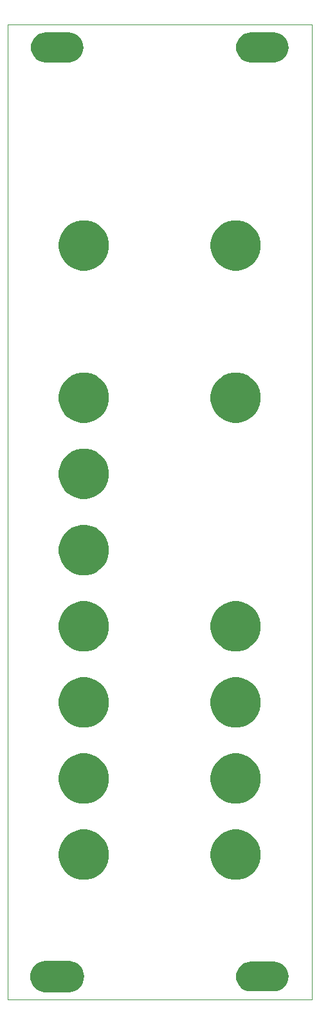
<source format=gbr>
%TF.GenerationSoftware,KiCad,Pcbnew,(5.1.0)-1*%
%TF.CreationDate,2020-03-07T12:32:11+01:00*%
%TF.ProjectId,KicadJE_AC3340_RevA_Faceplate,4b696361-644a-4455-9f41-43333334305f,rev?*%
%TF.SameCoordinates,Original*%
%TF.FileFunction,Soldermask,Top*%
%TF.FilePolarity,Negative*%
%FSLAX46Y46*%
G04 Gerber Fmt 4.6, Leading zero omitted, Abs format (unit mm)*
G04 Created by KiCad (PCBNEW (5.1.0)-1) date 2020-03-07 12:32:11*
%MOMM*%
%LPD*%
G04 APERTURE LIST*
%ADD10C,0.050000*%
%ADD11C,0.150000*%
G04 APERTURE END LIST*
D10*
X-50000000Y-164000000D02*
X-50000000Y-36000000D01*
X-10000000Y-164000000D02*
X-50000000Y-164000000D01*
X-10000000Y-36000000D02*
X-10000000Y-164000000D01*
X-50000000Y-36000000D02*
X-10000000Y-36000000D01*
D11*
G36*
X-41798811Y-158958892D02*
G01*
X-41597934Y-158978677D01*
X-41211319Y-159095955D01*
X-41211316Y-159095956D01*
X-40855017Y-159286402D01*
X-40855014Y-159286404D01*
X-40855013Y-159286405D01*
X-40542707Y-159542707D01*
X-40286405Y-159855013D01*
X-40286402Y-159855017D01*
X-40095956Y-160211316D01*
X-40095955Y-160211319D01*
X-39978677Y-160597934D01*
X-39939077Y-161000000D01*
X-39978677Y-161402066D01*
X-40084291Y-161750230D01*
X-40095956Y-161788684D01*
X-40286402Y-162144983D01*
X-40286404Y-162144986D01*
X-40286405Y-162144987D01*
X-40542707Y-162457293D01*
X-40855013Y-162713595D01*
X-40855017Y-162713598D01*
X-41211316Y-162904044D01*
X-41211319Y-162904045D01*
X-41597934Y-163021323D01*
X-41798811Y-163041108D01*
X-41899249Y-163051000D01*
X-45100751Y-163051000D01*
X-45201189Y-163041108D01*
X-45402066Y-163021323D01*
X-45788681Y-162904045D01*
X-45788684Y-162904044D01*
X-46144983Y-162713598D01*
X-46144987Y-162713595D01*
X-46457293Y-162457293D01*
X-46713595Y-162144987D01*
X-46713596Y-162144986D01*
X-46713598Y-162144983D01*
X-46904044Y-161788684D01*
X-46915709Y-161750230D01*
X-47021323Y-161402066D01*
X-47060923Y-161000000D01*
X-47021323Y-160597934D01*
X-46904045Y-160211319D01*
X-46904044Y-160211316D01*
X-46713598Y-159855017D01*
X-46713595Y-159855013D01*
X-46457293Y-159542707D01*
X-46144987Y-159286405D01*
X-46144986Y-159286404D01*
X-46144983Y-159286402D01*
X-45788684Y-159095956D01*
X-45788681Y-159095955D01*
X-45402066Y-158978677D01*
X-45201189Y-158958892D01*
X-45100751Y-158949000D01*
X-41899249Y-158949000D01*
X-41798811Y-158958892D01*
X-41798811Y-158958892D01*
G37*
G36*
X-14617537Y-159077229D02*
G01*
X-14249772Y-159188790D01*
X-13910838Y-159369954D01*
X-13613760Y-159613760D01*
X-13369954Y-159910838D01*
X-13188790Y-160249772D01*
X-13077229Y-160617537D01*
X-13039560Y-161000000D01*
X-13077229Y-161382463D01*
X-13188790Y-161750228D01*
X-13369954Y-162089162D01*
X-13613760Y-162386240D01*
X-13910838Y-162630046D01*
X-14249772Y-162811210D01*
X-14617537Y-162922771D01*
X-14904153Y-162951000D01*
X-18095847Y-162951000D01*
X-18382463Y-162922771D01*
X-18750228Y-162811210D01*
X-19089162Y-162630046D01*
X-19386240Y-162386240D01*
X-19630046Y-162089162D01*
X-19811210Y-161750228D01*
X-19922771Y-161382463D01*
X-19960440Y-161000000D01*
X-19922771Y-160617537D01*
X-19811210Y-160249772D01*
X-19630046Y-159910838D01*
X-19386240Y-159613760D01*
X-19089162Y-159369954D01*
X-18750228Y-159188790D01*
X-18382463Y-159077229D01*
X-18095847Y-159049000D01*
X-14904153Y-159049000D01*
X-14617537Y-159077229D01*
X-14617537Y-159077229D01*
G37*
G36*
X-19037135Y-141825855D02*
G01*
X-18436392Y-142074691D01*
X-18436390Y-142074692D01*
X-17895735Y-142435946D01*
X-17435946Y-142895735D01*
X-17074692Y-143436390D01*
X-17074691Y-143436392D01*
X-16825855Y-144037135D01*
X-16699000Y-144674879D01*
X-16699000Y-145325121D01*
X-16825855Y-145962865D01*
X-17074691Y-146563608D01*
X-17074692Y-146563610D01*
X-17435946Y-147104265D01*
X-17895735Y-147564054D01*
X-18436390Y-147925308D01*
X-18436391Y-147925309D01*
X-18436392Y-147925309D01*
X-19037135Y-148174145D01*
X-19674879Y-148301000D01*
X-20325121Y-148301000D01*
X-20962865Y-148174145D01*
X-21563608Y-147925309D01*
X-21563609Y-147925309D01*
X-21563610Y-147925308D01*
X-22104265Y-147564054D01*
X-22564054Y-147104265D01*
X-22925308Y-146563610D01*
X-22925309Y-146563608D01*
X-23174145Y-145962865D01*
X-23301000Y-145325121D01*
X-23301000Y-144674879D01*
X-23174145Y-144037135D01*
X-22925309Y-143436392D01*
X-22925308Y-143436390D01*
X-22564054Y-142895735D01*
X-22104265Y-142435946D01*
X-21563610Y-142074692D01*
X-21563608Y-142074691D01*
X-20962865Y-141825855D01*
X-20325121Y-141699000D01*
X-19674879Y-141699000D01*
X-19037135Y-141825855D01*
X-19037135Y-141825855D01*
G37*
G36*
X-39037135Y-141825855D02*
G01*
X-38436392Y-142074691D01*
X-38436390Y-142074692D01*
X-37895735Y-142435946D01*
X-37435946Y-142895735D01*
X-37074692Y-143436390D01*
X-37074691Y-143436392D01*
X-36825855Y-144037135D01*
X-36699000Y-144674879D01*
X-36699000Y-145325121D01*
X-36825855Y-145962865D01*
X-37074691Y-146563608D01*
X-37074692Y-146563610D01*
X-37435946Y-147104265D01*
X-37895735Y-147564054D01*
X-38436390Y-147925308D01*
X-38436391Y-147925309D01*
X-38436392Y-147925309D01*
X-39037135Y-148174145D01*
X-39674879Y-148301000D01*
X-40325121Y-148301000D01*
X-40962865Y-148174145D01*
X-41563608Y-147925309D01*
X-41563609Y-147925309D01*
X-41563610Y-147925308D01*
X-42104265Y-147564054D01*
X-42564054Y-147104265D01*
X-42925308Y-146563610D01*
X-42925309Y-146563608D01*
X-43174145Y-145962865D01*
X-43301000Y-145325121D01*
X-43301000Y-144674879D01*
X-43174145Y-144037135D01*
X-42925309Y-143436392D01*
X-42925308Y-143436390D01*
X-42564054Y-142895735D01*
X-42104265Y-142435946D01*
X-41563610Y-142074692D01*
X-41563608Y-142074691D01*
X-40962865Y-141825855D01*
X-40325121Y-141699000D01*
X-39674879Y-141699000D01*
X-39037135Y-141825855D01*
X-39037135Y-141825855D01*
G37*
G36*
X-39037135Y-131825855D02*
G01*
X-38436392Y-132074691D01*
X-38436390Y-132074692D01*
X-37895735Y-132435946D01*
X-37435946Y-132895735D01*
X-37074692Y-133436390D01*
X-37074691Y-133436392D01*
X-36825855Y-134037135D01*
X-36699000Y-134674879D01*
X-36699000Y-135325121D01*
X-36825855Y-135962865D01*
X-37074691Y-136563608D01*
X-37074692Y-136563610D01*
X-37435946Y-137104265D01*
X-37895735Y-137564054D01*
X-38436390Y-137925308D01*
X-38436391Y-137925309D01*
X-38436392Y-137925309D01*
X-39037135Y-138174145D01*
X-39674879Y-138301000D01*
X-40325121Y-138301000D01*
X-40962865Y-138174145D01*
X-41563608Y-137925309D01*
X-41563609Y-137925309D01*
X-41563610Y-137925308D01*
X-42104265Y-137564054D01*
X-42564054Y-137104265D01*
X-42925308Y-136563610D01*
X-42925309Y-136563608D01*
X-43174145Y-135962865D01*
X-43301000Y-135325121D01*
X-43301000Y-134674879D01*
X-43174145Y-134037135D01*
X-42925309Y-133436392D01*
X-42925308Y-133436390D01*
X-42564054Y-132895735D01*
X-42104265Y-132435946D01*
X-41563610Y-132074692D01*
X-41563608Y-132074691D01*
X-40962865Y-131825855D01*
X-40325121Y-131699000D01*
X-39674879Y-131699000D01*
X-39037135Y-131825855D01*
X-39037135Y-131825855D01*
G37*
G36*
X-19037135Y-131825855D02*
G01*
X-18436392Y-132074691D01*
X-18436390Y-132074692D01*
X-17895735Y-132435946D01*
X-17435946Y-132895735D01*
X-17074692Y-133436390D01*
X-17074691Y-133436392D01*
X-16825855Y-134037135D01*
X-16699000Y-134674879D01*
X-16699000Y-135325121D01*
X-16825855Y-135962865D01*
X-17074691Y-136563608D01*
X-17074692Y-136563610D01*
X-17435946Y-137104265D01*
X-17895735Y-137564054D01*
X-18436390Y-137925308D01*
X-18436391Y-137925309D01*
X-18436392Y-137925309D01*
X-19037135Y-138174145D01*
X-19674879Y-138301000D01*
X-20325121Y-138301000D01*
X-20962865Y-138174145D01*
X-21563608Y-137925309D01*
X-21563609Y-137925309D01*
X-21563610Y-137925308D01*
X-22104265Y-137564054D01*
X-22564054Y-137104265D01*
X-22925308Y-136563610D01*
X-22925309Y-136563608D01*
X-23174145Y-135962865D01*
X-23301000Y-135325121D01*
X-23301000Y-134674879D01*
X-23174145Y-134037135D01*
X-22925309Y-133436392D01*
X-22925308Y-133436390D01*
X-22564054Y-132895735D01*
X-22104265Y-132435946D01*
X-21563610Y-132074692D01*
X-21563608Y-132074691D01*
X-20962865Y-131825855D01*
X-20325121Y-131699000D01*
X-19674879Y-131699000D01*
X-19037135Y-131825855D01*
X-19037135Y-131825855D01*
G37*
G36*
X-19037135Y-121825855D02*
G01*
X-18436392Y-122074691D01*
X-18436390Y-122074692D01*
X-17895735Y-122435946D01*
X-17435946Y-122895735D01*
X-17074692Y-123436390D01*
X-17074691Y-123436392D01*
X-16825855Y-124037135D01*
X-16699000Y-124674879D01*
X-16699000Y-125325121D01*
X-16825855Y-125962865D01*
X-17074691Y-126563608D01*
X-17074692Y-126563610D01*
X-17435946Y-127104265D01*
X-17895735Y-127564054D01*
X-18436390Y-127925308D01*
X-18436391Y-127925309D01*
X-18436392Y-127925309D01*
X-19037135Y-128174145D01*
X-19674879Y-128301000D01*
X-20325121Y-128301000D01*
X-20962865Y-128174145D01*
X-21563608Y-127925309D01*
X-21563609Y-127925309D01*
X-21563610Y-127925308D01*
X-22104265Y-127564054D01*
X-22564054Y-127104265D01*
X-22925308Y-126563610D01*
X-22925309Y-126563608D01*
X-23174145Y-125962865D01*
X-23301000Y-125325121D01*
X-23301000Y-124674879D01*
X-23174145Y-124037135D01*
X-22925309Y-123436392D01*
X-22925308Y-123436390D01*
X-22564054Y-122895735D01*
X-22104265Y-122435946D01*
X-21563610Y-122074692D01*
X-21563608Y-122074691D01*
X-20962865Y-121825855D01*
X-20325121Y-121699000D01*
X-19674879Y-121699000D01*
X-19037135Y-121825855D01*
X-19037135Y-121825855D01*
G37*
G36*
X-39037135Y-121825855D02*
G01*
X-38436392Y-122074691D01*
X-38436390Y-122074692D01*
X-37895735Y-122435946D01*
X-37435946Y-122895735D01*
X-37074692Y-123436390D01*
X-37074691Y-123436392D01*
X-36825855Y-124037135D01*
X-36699000Y-124674879D01*
X-36699000Y-125325121D01*
X-36825855Y-125962865D01*
X-37074691Y-126563608D01*
X-37074692Y-126563610D01*
X-37435946Y-127104265D01*
X-37895735Y-127564054D01*
X-38436390Y-127925308D01*
X-38436391Y-127925309D01*
X-38436392Y-127925309D01*
X-39037135Y-128174145D01*
X-39674879Y-128301000D01*
X-40325121Y-128301000D01*
X-40962865Y-128174145D01*
X-41563608Y-127925309D01*
X-41563609Y-127925309D01*
X-41563610Y-127925308D01*
X-42104265Y-127564054D01*
X-42564054Y-127104265D01*
X-42925308Y-126563610D01*
X-42925309Y-126563608D01*
X-43174145Y-125962865D01*
X-43301000Y-125325121D01*
X-43301000Y-124674879D01*
X-43174145Y-124037135D01*
X-42925309Y-123436392D01*
X-42925308Y-123436390D01*
X-42564054Y-122895735D01*
X-42104265Y-122435946D01*
X-41563610Y-122074692D01*
X-41563608Y-122074691D01*
X-40962865Y-121825855D01*
X-40325121Y-121699000D01*
X-39674879Y-121699000D01*
X-39037135Y-121825855D01*
X-39037135Y-121825855D01*
G37*
G36*
X-39037135Y-111825855D02*
G01*
X-38436392Y-112074691D01*
X-38436390Y-112074692D01*
X-37895735Y-112435946D01*
X-37435946Y-112895735D01*
X-37074692Y-113436390D01*
X-37074691Y-113436392D01*
X-36825855Y-114037135D01*
X-36699000Y-114674879D01*
X-36699000Y-115325121D01*
X-36825855Y-115962865D01*
X-37074691Y-116563608D01*
X-37074692Y-116563610D01*
X-37435946Y-117104265D01*
X-37895735Y-117564054D01*
X-38436390Y-117925308D01*
X-38436391Y-117925309D01*
X-38436392Y-117925309D01*
X-39037135Y-118174145D01*
X-39674879Y-118301000D01*
X-40325121Y-118301000D01*
X-40962865Y-118174145D01*
X-41563608Y-117925309D01*
X-41563609Y-117925309D01*
X-41563610Y-117925308D01*
X-42104265Y-117564054D01*
X-42564054Y-117104265D01*
X-42925308Y-116563610D01*
X-42925309Y-116563608D01*
X-43174145Y-115962865D01*
X-43301000Y-115325121D01*
X-43301000Y-114674879D01*
X-43174145Y-114037135D01*
X-42925309Y-113436392D01*
X-42925308Y-113436390D01*
X-42564054Y-112895735D01*
X-42104265Y-112435946D01*
X-41563610Y-112074692D01*
X-41563608Y-112074691D01*
X-40962865Y-111825855D01*
X-40325121Y-111699000D01*
X-39674879Y-111699000D01*
X-39037135Y-111825855D01*
X-39037135Y-111825855D01*
G37*
G36*
X-19037135Y-111825855D02*
G01*
X-18436392Y-112074691D01*
X-18436390Y-112074692D01*
X-17895735Y-112435946D01*
X-17435946Y-112895735D01*
X-17074692Y-113436390D01*
X-17074691Y-113436392D01*
X-16825855Y-114037135D01*
X-16699000Y-114674879D01*
X-16699000Y-115325121D01*
X-16825855Y-115962865D01*
X-17074691Y-116563608D01*
X-17074692Y-116563610D01*
X-17435946Y-117104265D01*
X-17895735Y-117564054D01*
X-18436390Y-117925308D01*
X-18436391Y-117925309D01*
X-18436392Y-117925309D01*
X-19037135Y-118174145D01*
X-19674879Y-118301000D01*
X-20325121Y-118301000D01*
X-20962865Y-118174145D01*
X-21563608Y-117925309D01*
X-21563609Y-117925309D01*
X-21563610Y-117925308D01*
X-22104265Y-117564054D01*
X-22564054Y-117104265D01*
X-22925308Y-116563610D01*
X-22925309Y-116563608D01*
X-23174145Y-115962865D01*
X-23301000Y-115325121D01*
X-23301000Y-114674879D01*
X-23174145Y-114037135D01*
X-22925309Y-113436392D01*
X-22925308Y-113436390D01*
X-22564054Y-112895735D01*
X-22104265Y-112435946D01*
X-21563610Y-112074692D01*
X-21563608Y-112074691D01*
X-20962865Y-111825855D01*
X-20325121Y-111699000D01*
X-19674879Y-111699000D01*
X-19037135Y-111825855D01*
X-19037135Y-111825855D01*
G37*
G36*
X-39037135Y-101825855D02*
G01*
X-38436392Y-102074691D01*
X-38436390Y-102074692D01*
X-37895735Y-102435946D01*
X-37435946Y-102895735D01*
X-37074692Y-103436390D01*
X-37074691Y-103436392D01*
X-36825855Y-104037135D01*
X-36699000Y-104674879D01*
X-36699000Y-105325121D01*
X-36825855Y-105962865D01*
X-37074691Y-106563608D01*
X-37074692Y-106563610D01*
X-37435946Y-107104265D01*
X-37895735Y-107564054D01*
X-38436390Y-107925308D01*
X-38436391Y-107925309D01*
X-38436392Y-107925309D01*
X-39037135Y-108174145D01*
X-39674879Y-108301000D01*
X-40325121Y-108301000D01*
X-40962865Y-108174145D01*
X-41563608Y-107925309D01*
X-41563609Y-107925309D01*
X-41563610Y-107925308D01*
X-42104265Y-107564054D01*
X-42564054Y-107104265D01*
X-42925308Y-106563610D01*
X-42925309Y-106563608D01*
X-43174145Y-105962865D01*
X-43301000Y-105325121D01*
X-43301000Y-104674879D01*
X-43174145Y-104037135D01*
X-42925309Y-103436392D01*
X-42925308Y-103436390D01*
X-42564054Y-102895735D01*
X-42104265Y-102435946D01*
X-41563610Y-102074692D01*
X-41563608Y-102074691D01*
X-40962865Y-101825855D01*
X-40325121Y-101699000D01*
X-39674879Y-101699000D01*
X-39037135Y-101825855D01*
X-39037135Y-101825855D01*
G37*
G36*
X-39037135Y-91825855D02*
G01*
X-38436392Y-92074691D01*
X-38436390Y-92074692D01*
X-37895735Y-92435946D01*
X-37435946Y-92895735D01*
X-37074692Y-93436390D01*
X-37074691Y-93436392D01*
X-36825855Y-94037135D01*
X-36699000Y-94674879D01*
X-36699000Y-95325121D01*
X-36825855Y-95962865D01*
X-37074691Y-96563608D01*
X-37074692Y-96563610D01*
X-37435946Y-97104265D01*
X-37895735Y-97564054D01*
X-38436390Y-97925308D01*
X-38436391Y-97925309D01*
X-38436392Y-97925309D01*
X-39037135Y-98174145D01*
X-39674879Y-98301000D01*
X-40325121Y-98301000D01*
X-40962865Y-98174145D01*
X-41563608Y-97925309D01*
X-41563609Y-97925309D01*
X-41563610Y-97925308D01*
X-42104265Y-97564054D01*
X-42564054Y-97104265D01*
X-42925308Y-96563610D01*
X-42925309Y-96563608D01*
X-43174145Y-95962865D01*
X-43301000Y-95325121D01*
X-43301000Y-94674879D01*
X-43174145Y-94037135D01*
X-42925309Y-93436392D01*
X-42925308Y-93436390D01*
X-42564054Y-92895735D01*
X-42104265Y-92435946D01*
X-41563610Y-92074692D01*
X-41563608Y-92074691D01*
X-40962865Y-91825855D01*
X-40325121Y-91699000D01*
X-39674879Y-91699000D01*
X-39037135Y-91825855D01*
X-39037135Y-91825855D01*
G37*
G36*
X-19037135Y-81825855D02*
G01*
X-18436392Y-82074691D01*
X-18436390Y-82074692D01*
X-17895735Y-82435946D01*
X-17435946Y-82895735D01*
X-17074692Y-83436390D01*
X-17074691Y-83436392D01*
X-16825855Y-84037135D01*
X-16699000Y-84674879D01*
X-16699000Y-85325121D01*
X-16825855Y-85962865D01*
X-17074691Y-86563608D01*
X-17074692Y-86563610D01*
X-17435946Y-87104265D01*
X-17895735Y-87564054D01*
X-18436390Y-87925308D01*
X-18436391Y-87925309D01*
X-18436392Y-87925309D01*
X-19037135Y-88174145D01*
X-19674879Y-88301000D01*
X-20325121Y-88301000D01*
X-20962865Y-88174145D01*
X-21563608Y-87925309D01*
X-21563609Y-87925309D01*
X-21563610Y-87925308D01*
X-22104265Y-87564054D01*
X-22564054Y-87104265D01*
X-22925308Y-86563610D01*
X-22925309Y-86563608D01*
X-23174145Y-85962865D01*
X-23301000Y-85325121D01*
X-23301000Y-84674879D01*
X-23174145Y-84037135D01*
X-22925309Y-83436392D01*
X-22925308Y-83436390D01*
X-22564054Y-82895735D01*
X-22104265Y-82435946D01*
X-21563610Y-82074692D01*
X-21563608Y-82074691D01*
X-20962865Y-81825855D01*
X-20325121Y-81699000D01*
X-19674879Y-81699000D01*
X-19037135Y-81825855D01*
X-19037135Y-81825855D01*
G37*
G36*
X-39037135Y-81825855D02*
G01*
X-38436392Y-82074691D01*
X-38436390Y-82074692D01*
X-37895735Y-82435946D01*
X-37435946Y-82895735D01*
X-37074692Y-83436390D01*
X-37074691Y-83436392D01*
X-36825855Y-84037135D01*
X-36699000Y-84674879D01*
X-36699000Y-85325121D01*
X-36825855Y-85962865D01*
X-37074691Y-86563608D01*
X-37074692Y-86563610D01*
X-37435946Y-87104265D01*
X-37895735Y-87564054D01*
X-38436390Y-87925308D01*
X-38436391Y-87925309D01*
X-38436392Y-87925309D01*
X-39037135Y-88174145D01*
X-39674879Y-88301000D01*
X-40325121Y-88301000D01*
X-40962865Y-88174145D01*
X-41563608Y-87925309D01*
X-41563609Y-87925309D01*
X-41563610Y-87925308D01*
X-42104265Y-87564054D01*
X-42564054Y-87104265D01*
X-42925308Y-86563610D01*
X-42925309Y-86563608D01*
X-43174145Y-85962865D01*
X-43301000Y-85325121D01*
X-43301000Y-84674879D01*
X-43174145Y-84037135D01*
X-42925309Y-83436392D01*
X-42925308Y-83436390D01*
X-42564054Y-82895735D01*
X-42104265Y-82435946D01*
X-41563610Y-82074692D01*
X-41563608Y-82074691D01*
X-40962865Y-81825855D01*
X-40325121Y-81699000D01*
X-39674879Y-81699000D01*
X-39037135Y-81825855D01*
X-39037135Y-81825855D01*
G37*
G36*
X-39037135Y-61825855D02*
G01*
X-38436392Y-62074691D01*
X-38436390Y-62074692D01*
X-37895735Y-62435946D01*
X-37435946Y-62895735D01*
X-37074692Y-63436390D01*
X-37074691Y-63436392D01*
X-36825855Y-64037135D01*
X-36699000Y-64674879D01*
X-36699000Y-65325121D01*
X-36825855Y-65962865D01*
X-37074691Y-66563608D01*
X-37074692Y-66563610D01*
X-37435946Y-67104265D01*
X-37895735Y-67564054D01*
X-38436390Y-67925308D01*
X-38436391Y-67925309D01*
X-38436392Y-67925309D01*
X-39037135Y-68174145D01*
X-39674879Y-68301000D01*
X-40325121Y-68301000D01*
X-40962865Y-68174145D01*
X-41563608Y-67925309D01*
X-41563609Y-67925309D01*
X-41563610Y-67925308D01*
X-42104265Y-67564054D01*
X-42564054Y-67104265D01*
X-42925308Y-66563610D01*
X-42925309Y-66563608D01*
X-43174145Y-65962865D01*
X-43301000Y-65325121D01*
X-43301000Y-64674879D01*
X-43174145Y-64037135D01*
X-42925309Y-63436392D01*
X-42925308Y-63436390D01*
X-42564054Y-62895735D01*
X-42104265Y-62435946D01*
X-41563610Y-62074692D01*
X-41563608Y-62074691D01*
X-40962865Y-61825855D01*
X-40325121Y-61699000D01*
X-39674879Y-61699000D01*
X-39037135Y-61825855D01*
X-39037135Y-61825855D01*
G37*
G36*
X-19037135Y-61825855D02*
G01*
X-18436392Y-62074691D01*
X-18436390Y-62074692D01*
X-17895735Y-62435946D01*
X-17435946Y-62895735D01*
X-17074692Y-63436390D01*
X-17074691Y-63436392D01*
X-16825855Y-64037135D01*
X-16699000Y-64674879D01*
X-16699000Y-65325121D01*
X-16825855Y-65962865D01*
X-17074691Y-66563608D01*
X-17074692Y-66563610D01*
X-17435946Y-67104265D01*
X-17895735Y-67564054D01*
X-18436390Y-67925308D01*
X-18436391Y-67925309D01*
X-18436392Y-67925309D01*
X-19037135Y-68174145D01*
X-19674879Y-68301000D01*
X-20325121Y-68301000D01*
X-20962865Y-68174145D01*
X-21563608Y-67925309D01*
X-21563609Y-67925309D01*
X-21563610Y-67925308D01*
X-22104265Y-67564054D01*
X-22564054Y-67104265D01*
X-22925308Y-66563610D01*
X-22925309Y-66563608D01*
X-23174145Y-65962865D01*
X-23301000Y-65325121D01*
X-23301000Y-64674879D01*
X-23174145Y-64037135D01*
X-22925309Y-63436392D01*
X-22925308Y-63436390D01*
X-22564054Y-62895735D01*
X-22104265Y-62435946D01*
X-21563610Y-62074692D01*
X-21563608Y-62074691D01*
X-20962865Y-61825855D01*
X-20325121Y-61699000D01*
X-19674879Y-61699000D01*
X-19037135Y-61825855D01*
X-19037135Y-61825855D01*
G37*
G36*
X-41617537Y-37077229D02*
G01*
X-41249772Y-37188790D01*
X-40910838Y-37369954D01*
X-40613760Y-37613760D01*
X-40369954Y-37910838D01*
X-40188790Y-38249772D01*
X-40077229Y-38617537D01*
X-40039560Y-39000000D01*
X-40077229Y-39382463D01*
X-40188790Y-39750228D01*
X-40369954Y-40089162D01*
X-40613760Y-40386240D01*
X-40910838Y-40630046D01*
X-41249772Y-40811210D01*
X-41617537Y-40922771D01*
X-41904153Y-40951000D01*
X-45095847Y-40951000D01*
X-45382463Y-40922771D01*
X-45750228Y-40811210D01*
X-46089162Y-40630046D01*
X-46386240Y-40386240D01*
X-46630046Y-40089162D01*
X-46811210Y-39750228D01*
X-46922771Y-39382463D01*
X-46960440Y-39000000D01*
X-46922771Y-38617537D01*
X-46811210Y-38249772D01*
X-46630046Y-37910838D01*
X-46386240Y-37613760D01*
X-46089162Y-37369954D01*
X-45750228Y-37188790D01*
X-45382463Y-37077229D01*
X-45095847Y-37049000D01*
X-41904153Y-37049000D01*
X-41617537Y-37077229D01*
X-41617537Y-37077229D01*
G37*
G36*
X-14617537Y-37077229D02*
G01*
X-14249772Y-37188790D01*
X-13910838Y-37369954D01*
X-13613760Y-37613760D01*
X-13369954Y-37910838D01*
X-13188790Y-38249772D01*
X-13077229Y-38617537D01*
X-13039560Y-39000000D01*
X-13077229Y-39382463D01*
X-13188790Y-39750228D01*
X-13369954Y-40089162D01*
X-13613760Y-40386240D01*
X-13910838Y-40630046D01*
X-14249772Y-40811210D01*
X-14617537Y-40922771D01*
X-14904153Y-40951000D01*
X-18095847Y-40951000D01*
X-18382463Y-40922771D01*
X-18750228Y-40811210D01*
X-19089162Y-40630046D01*
X-19386240Y-40386240D01*
X-19630046Y-40089162D01*
X-19811210Y-39750228D01*
X-19922771Y-39382463D01*
X-19960440Y-39000000D01*
X-19922771Y-38617537D01*
X-19811210Y-38249772D01*
X-19630046Y-37910838D01*
X-19386240Y-37613760D01*
X-19089162Y-37369954D01*
X-18750228Y-37188790D01*
X-18382463Y-37077229D01*
X-18095847Y-37049000D01*
X-14904153Y-37049000D01*
X-14617537Y-37077229D01*
X-14617537Y-37077229D01*
G37*
M02*

</source>
